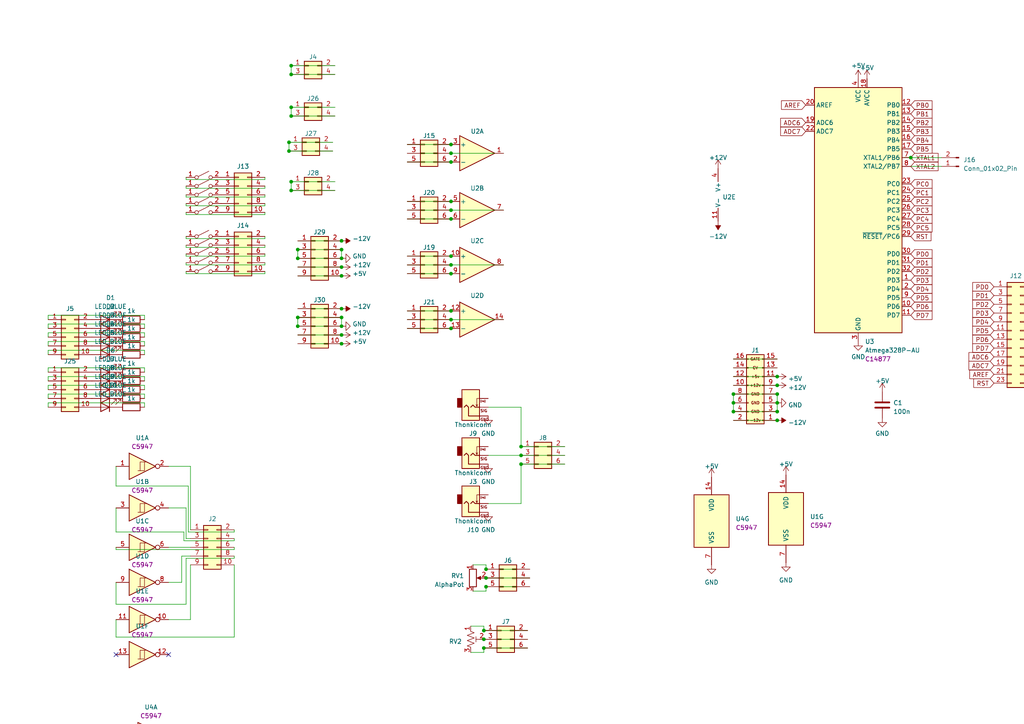
<source format=kicad_sch>
(kicad_sch (version 20230121) (generator eeschema)
  (paper "A4")
  (lib_symbols
    (symbol "Connector:Conn_01x02_Pin" (pin_names (offset 1.016) hide)
      (property "Reference" "J" (at 0 2.54 0))
      (property "Value" "Conn_01x02_Pin" (at 0 -5.08 0))
      (symbol "Conn_01x02_Pin_1_1"
        (pin passive line (at 5.08 0 180) (length 3.81) (name "Pin_1") (number "1"))
        (pin passive line (at 5.08 -2.54 180) (length 3.81) (name "Pin_2") (number "2"))
      )
    )
    (symbol "PCM_EuroRackTools:02x02" (pin_names (offset 1.016) hide)
      (property "Reference" "J" (at 1.27 2.54 0))
      (symbol "02x02_1_1"
        (pin passive line (at -5.08 0 0) (length 3.81) (name "Pin_1") (number "1"))
        (pin passive line (at 7.62 0 180) (length 3.81) (name "Pin_2") (number "2"))
        (pin passive line (at -5.08 -2.54 0) (length 3.81) (name "Pin_3") (number "3"))
        (pin passive line (at 7.62 -2.54 180) (length 3.81) (name "Pin_4") (number "4"))
      )
    )
    (symbol "PCM_EuroRackTools:02x03" (pin_names (offset 1.016) hide)
      (property "Reference" "J" (at 1.27 5.08 0))
      (symbol "02x03_1_1"
        (pin passive line (at -5.08 2.54 0) (length 3.81) (name "Pin_1") (number "1"))
        (pin passive line (at 7.62 2.54 180) (length 3.81) (name "Pin_2") (number "2"))
        (pin passive line (at -5.08 0 0) (length 3.81) (name "Pin_3") (number "3"))
        (pin passive line (at 7.62 0 180) (length 3.81) (name "Pin_4") (number "4"))
        (pin passive line (at -5.08 -2.54 0) (length 3.81) (name "Pin_5") (number "5"))
        (pin passive line (at 7.62 -2.54 180) (length 3.81) (name "Pin_6") (number "6"))
      )
    )
    (symbol "PCM_EuroRackTools:02x05" (pin_names (offset 1.016) hide)
      (property "Reference" "J" (at 1.27 7.62 0))
      (symbol "02x05_1_1"
        (pin passive line (at -5.08 5.08 0) (length 3.81) (name "Pin_1") (number "1"))
        (pin passive line (at 7.62 -5.08 180) (length 3.81) (name "Pin_10") (number "10"))
        (pin passive line (at 7.62 5.08 180) (length 3.81) (name "Pin_2") (number "2"))
        (pin passive line (at -5.08 2.54 0) (length 3.81) (name "Pin_3") (number "3"))
        (pin passive line (at 7.62 2.54 180) (length 3.81) (name "Pin_4") (number "4"))
        (pin passive line (at -5.08 0 0) (length 3.81) (name "Pin_5") (number "5"))
        (pin passive line (at 7.62 0 180) (length 3.81) (name "Pin_6") (number "6"))
        (pin passive line (at -5.08 -2.54 0) (length 3.81) (name "Pin_7") (number "7"))
        (pin passive line (at 7.62 -2.54 180) (length 3.81) (name "Pin_8") (number "8"))
        (pin passive line (at -5.08 -5.08 0) (length 3.81) (name "Pin_9") (number "9"))
      )
    )
    (symbol "PCM_EuroRackTools:02x12" (pin_names (offset 1.016) hide)
      (property "Reference" "J" (at 1.27 15.24 0))
      (symbol "02x12_1_1"
        (pin passive line (at -5.08 12.7 0) (length 3.81) (name "Pin_1") (number "1"))
        (pin passive line (at 7.62 2.54 180) (length 3.81) (name "Pin_10") (number "10"))
        (pin passive line (at -5.08 0 0) (length 3.81) (name "Pin_11") (number "11"))
        (pin passive line (at 7.62 0 180) (length 3.81) (name "Pin_12") (number "12"))
        (pin passive line (at -5.08 -2.54 0) (length 3.81) (name "Pin_13") (number "13"))
        (pin passive line (at 7.62 -2.54 180) (length 3.81) (name "Pin_14") (number "14"))
        (pin passive line (at -5.08 -5.08 0) (length 3.81) (name "Pin_15") (number "15"))
        (pin passive line (at 7.62 -5.08 180) (length 3.81) (name "Pin_16") (number "16"))
        (pin passive line (at -5.08 -7.62 0) (length 3.81) (name "Pin_17") (number "17"))
        (pin passive line (at 7.62 -7.62 180) (length 3.81) (name "Pin_18") (number "18"))
        (pin passive line (at -5.08 -10.16 0) (length 3.81) (name "Pin_19") (number "19"))
        (pin passive line (at 7.62 12.7 180) (length 3.81) (name "Pin_2") (number "2"))
        (pin passive line (at 7.62 -10.16 180) (length 3.81) (name "Pin_20") (number "20"))
        (pin passive line (at -5.08 -12.7 0) (length 3.81) (name "Pin_21") (number "21"))
        (pin passive line (at 7.62 -12.7 180) (length 3.81) (name "Pin_22") (number "22"))
        (pin passive line (at -5.08 -15.24 0) (length 3.81) (name "Pin_23") (number "23"))
        (pin passive line (at 7.62 -15.24 180) (length 3.81) (name "Pin_24") (number "24"))
        (pin passive line (at -5.08 10.16 0) (length 3.81) (name "Pin_3") (number "3"))
        (pin passive line (at 7.62 10.16 180) (length 3.81) (name "Pin_4") (number "4"))
        (pin passive line (at -5.08 7.62 0) (length 3.81) (name "Pin_5") (number "5"))
        (pin passive line (at 7.62 7.62 180) (length 3.81) (name "Pin_6") (number "6"))
        (pin passive line (at -5.08 5.08 0) (length 3.81) (name "Pin_7") (number "7"))
        (pin passive line (at 7.62 5.08 180) (length 3.81) (name "Pin_8") (number "8"))
        (pin passive line (at -5.08 2.54 0) (length 3.81) (name "Pin_9") (number "9"))
      )
    )
    (symbol "PCM_EuroRackTools:100n" (pin_numbers hide) (pin_names (offset 0.254))
      (property "Reference" "C" (at -3.175 0 90))
      (property "Value" "100n" (at 1.905 0 90))
      (symbol "100n_1_1"
        (pin passive line (at -4.445 -0.635 0) (length 2.794) (name "~") (number "1"))
        (pin passive line (at 3.175 -0.635 180) (length 2.794) (name "~") (number "2"))
      )
    )
    (symbol "PCM_EuroRackTools:1k" (pin_numbers hide) (pin_names (offset 0))
      (property "Value" "1k" (at -1.27 1.27 0))
      (symbol "1k_1_1"
        (pin passive line (at -5.08 1.27 0) (length 1.27) (name "~") (number "1"))
        (pin passive line (at 2.54 1.27 180) (length 1.27) (name "~") (number "2"))
      )
    )
    (symbol "PCM_EuroRackTools:74HC595"
      (property "Reference" "U" (at -7.62 13.97 0))
      (symbol "74HC595_1_0"
        (pin tri_state line (at 10.16 7.62 180) (length 2.54) (name "Q1") (number "1"))
        (pin input line (at -10.16 2.54 0) (length 2.54) (name "RST") (number "10"))
        (pin input line (at -10.16 5.08 0) (length 2.54) (name "CLK_SHIFT") (number "11"))
        (pin input line (at -10.16 -2.54 0) (length 2.54) (name "CLK_STOR") (number "12"))
        (pin input line (at -10.16 -5.08 0) (length 2.54) (name "~{OE}") (number "13"))
        (pin input line (at -10.16 10.16 0) (length 2.54) (name "DS") (number "14"))
        (pin tri_state line (at 10.16 10.16 180) (length 2.54) (name "Q0") (number "15"))
        (pin power_in line (at 0 15.24 270) (length 2.54) (name "VCC") (number "16"))
        (pin tri_state line (at 10.16 5.08 180) (length 2.54) (name "Q2") (number "2"))
        (pin tri_state line (at 10.16 2.54 180) (length 2.54) (name "Q3") (number "3"))
        (pin tri_state line (at 10.16 0 180) (length 2.54) (name "Q4") (number "4"))
        (pin tri_state line (at 10.16 -2.54 180) (length 2.54) (name "Q5") (number "5"))
        (pin tri_state line (at 10.16 -5.08 180) (length 2.54) (name "Q6") (number "6"))
        (pin tri_state line (at 10.16 -7.62 180) (length 2.54) (name "Q7") (number "7"))
        (pin power_in line (at 0 -17.78 90) (length 2.54) (name "GND") (number "8"))
        (pin output line (at 10.16 -12.7 180) (length 2.54) (name "Q7'") (number "9"))
      )
    )
    (symbol "PCM_EuroRackTools:AlphaPot" (pin_names (offset 1.016) hide)
      (property "Reference" "RV" (at -4.445 0 90))
      (property "Value" "AlphaPot" (at -2.54 0 90))
      (symbol "AlphaPot_1_1"
        (pin passive line (at 0 3.81 270) (length 1.27) (name "1") (number "1"))
        (pin passive line (at 3.81 0 180) (length 1.27) (name "2") (number "2"))
        (pin passive line (at 0 -3.81 90) (length 1.27) (name "3") (number "3"))
      )
    )
    (symbol "PCM_EuroRackTools:Atmega328P-AU"
      (property "Reference" "U" (at 0 0 0))
      (property "Value" "Atmega328P-AU" (at 0 0 0))
      (property "lcsc" "C14877" (at 0 0 0))
      (symbol "Atmega328P-AU_1_1"
        (pin bidirectional line (at 3.81 -13.97 180) (length 2.54) (name "PD3") (number "1"))
        (pin bidirectional line (at 3.81 -21.59 180) (length 2.54) (name "PD6") (number "10"))
        (pin bidirectional line (at 3.81 -24.13 180) (length 2.54) (name "PD7") (number "11"))
        (pin bidirectional line (at 3.81 36.83 180) (length 2.54) (name "PB0") (number "12"))
        (pin bidirectional line (at 3.81 34.29 180) (length 2.54) (name "PB1") (number "13"))
        (pin bidirectional line (at 3.81 31.75 180) (length 2.54) (name "PB2") (number "14"))
        (pin bidirectional line (at 3.81 29.21 180) (length 2.54) (name "PB3") (number "15"))
        (pin bidirectional line (at 3.81 26.67 180) (length 2.54) (name "PB4") (number "16"))
        (pin bidirectional line (at 3.81 24.13 180) (length 2.54) (name "PB5") (number "17"))
        (pin power_in line (at -8.89 44.45 270) (length 2.54) (name "AVCC") (number "18"))
        (pin input line (at -26.67 31.75 0) (length 2.54) (name "ADC6") (number "19"))
        (pin bidirectional line (at 3.81 -16.51 180) (length 2.54) (name "PD4") (number "2"))
        (pin passive line (at -26.67 36.83 0) (length 2.54) (name "AREF") (number "20"))
        (pin passive line (at -11.43 -31.75 90) (length 2.54) hide (name "GND") (number "21"))
        (pin input line (at -26.67 29.21 0) (length 2.54) (name "ADC7") (number "22"))
        (pin bidirectional line (at 3.81 13.97 180) (length 2.54) (name "PC0") (number "23"))
        (pin bidirectional line (at 3.81 11.43 180) (length 2.54) (name "PC1") (number "24"))
        (pin bidirectional line (at 3.81 8.89 180) (length 2.54) (name "PC2") (number "25"))
        (pin bidirectional line (at 3.81 6.35 180) (length 2.54) (name "PC3") (number "26"))
        (pin bidirectional line (at 3.81 3.81 180) (length 2.54) (name "PC4") (number "27"))
        (pin bidirectional line (at 3.81 1.27 180) (length 2.54) (name "PC5") (number "28"))
        (pin bidirectional line (at 3.81 -1.27 180) (length 2.54) (name "~{RESET}/PC6") (number "29"))
        (pin power_in line (at -11.43 -31.75 90) (length 2.54) (name "GND") (number "3"))
        (pin bidirectional line (at 3.81 -6.35 180) (length 2.54) (name "PD0") (number "30"))
        (pin bidirectional line (at 3.81 -8.89 180) (length 2.54) (name "PD1") (number "31"))
        (pin bidirectional line (at 3.81 -11.43 180) (length 2.54) (name "PD2") (number "32"))
        (pin power_in line (at -11.43 44.45 270) (length 2.54) (name "VCC") (number "4"))
        (pin passive line (at -11.43 -31.75 90) (length 2.54) hide (name "GND") (number "5"))
        (pin passive line (at -11.43 44.45 270) (length 2.54) hide (name "VCC") (number "6"))
        (pin bidirectional line (at 3.81 21.59 180) (length 2.54) (name "XTAL1/PB6") (number "7"))
        (pin bidirectional line (at 3.81 19.05 180) (length 2.54) (name "XTAL2/PB7") (number "8"))
        (pin bidirectional line (at 3.81 -19.05 180) (length 2.54) (name "PD5") (number "9"))
      )
    )
    (symbol "PCM_EuroRackTools:CD40106" (pin_names (offset 1.016))
      (property "Reference" "U" (at 0 1.27 0))
      (property "lcsc" "C5947" (at 0 0 0))
      (symbol "CD40106_1_0"
        (pin input line (at -7.62 0 0) (length 3.81) (name "~") (number "1"))
        (pin output inverted (at 7.62 0 180) (length 3.81) (name "~") (number "2"))
      )
      (symbol "CD40106_2_0"
        (pin input line (at -7.62 0 0) (length 3.81) (name "~") (number "3"))
        (pin output inverted (at 7.62 0 180) (length 3.81) (name "~") (number "4"))
      )
      (symbol "CD40106_3_0"
        (pin input line (at -7.62 0 0) (length 3.81) (name "~") (number "5"))
        (pin output inverted (at 7.62 0 180) (length 3.81) (name "~") (number "6"))
      )
      (symbol "CD40106_4_0"
        (pin output inverted (at 7.62 0 180) (length 3.81) (name "~") (number "8"))
        (pin input line (at -7.62 0 0) (length 3.81) (name "~") (number "9"))
      )
      (symbol "CD40106_5_0"
        (pin output inverted (at 7.62 0 180) (length 3.81) (name "~") (number "10"))
        (pin input line (at -7.62 0 0) (length 3.81) (name "~") (number "11"))
      )
      (symbol "CD40106_6_0"
        (pin output inverted (at 7.62 0 180) (length 3.81) (name "~") (number "12"))
        (pin input line (at -7.62 0 0) (length 3.81) (name "~") (number "13"))
      )
      (symbol "CD40106_7_0"
        (pin power_in line (at 0 12.7 270) (length 5.08) (name "VDD") (number "14"))
        (pin power_in line (at 0 -12.7 90) (length 5.08) (name "VSS") (number "7"))
      )
    )
    (symbol "PCM_EuroRackTools:EuroPower16" (pin_names (offset 1.016) hide)
      (property "Reference" "J" (at 1.27 10.16 0))
      (symbol "EuroPower16_0_0"
        (text "+12v" (at 1.27 0 0) (effects (font (size 0.8 0.8))))
        (text "+5v" (at 1.27 2.54 0) (effects (font (size 0.8 0.8))))
        (text "-12v" (at 1.27 -10.16 0) (effects (font (size 0.8 0.8))))
        (text "CV" (at 1.27 5.08 0) (effects (font (size 0.8 0.8))))
        (text "GATE" (at 1.27 7.62 0) (effects (font (size 0.8 0.8))))
        (text "GND" (at 1.27 -7.62 0) (effects (font (size 0.8 0.8))))
        (text "GND" (at 1.27 -5.08 0) (effects (font (size 0.8 0.8))))
        (text "GND" (at 1.27 -2.54 0) (effects (font (size 0.8 0.8))))
      )
      (symbol "EuroPower16_1_1"
        (pin power_out line (at 7.62 -10.16 180) (length 3.81) (name "-12v_R") (number "1"))
        (pin power_out line (at -5.08 0 0) (length 3.81) (name "+12V_L") (number "10"))
        (pin power_out line (at 7.62 2.54 180) (length 3.81) (name "+5v_R") (number "11"))
        (pin power_out line (at -5.08 2.54 0) (length 3.81) (name "+5v_L") (number "12"))
        (pin passive line (at 7.62 5.08 180) (length 3.81) (name "CV_R") (number "13"))
        (pin passive line (at -5.08 5.08 0) (length 3.81) (name "CV_L") (number "14"))
        (pin passive line (at 7.62 7.62 180) (length 3.81) (name "GATE_R") (number "15"))
        (pin passive line (at -5.08 7.62 0) (length 3.81) (name "GATE_L") (number "16"))
        (pin power_out line (at -5.08 -10.16 0) (length 3.81) (name "-12v_L") (number "2"))
        (pin power_out line (at 7.62 -7.62 180) (length 3.81) (name "GND") (number "3"))
        (pin power_out line (at -5.08 -7.62 0) (length 3.81) (name "GND") (number "4"))
        (pin power_out line (at 7.62 -5.08 180) (length 3.81) (name "GND_R3") (number "5"))
        (pin power_out line (at -5.08 -5.08 0) (length 3.81) (name "GND_L3") (number "6"))
        (pin power_out line (at 7.62 -2.54 180) (length 3.81) (name "GND_R2") (number "7"))
        (pin power_out line (at -5.08 -2.54 0) (length 3.81) (name "GND_L2") (number "8"))
        (pin power_out line (at 7.62 0 180) (length 3.81) (name "+12V_R") (number "9"))
      )
    )
    (symbol "PCM_EuroRackTools:LED_BLUE" (pin_numbers hide) (pin_names (offset 1.016) hide)
      (property "Reference" "D" (at 0 -2.54 0))
      (property "Value" "LED_BLUE" (at 0 3.81 0))
      (symbol "LED_BLUE_1_1"
        (pin passive line (at 3.81 0 180) (length 2.54) (name "K") (number "1"))
        (pin passive line (at -3.81 0 0) (length 2.54) (name "A") (number "2"))
      )
    )
    (symbol "PCM_EuroRackTools:PUSHBTN" (pin_names (offset 0) hide)
      (symbol "PUSHBTN_1_1"
        (pin passive line (at -5.08 0 0) (length 2.54) (name "A") (number "1"))
        (pin passive line (at 5.08 0 180) (length 2.54) (name "B") (number "2"))
      )
    )
    (symbol "PCM_EuroRackTools:TL074" (pin_names (offset 0.127))
      (property "Reference" "U" (at 0 5.08 0))
      (symbol "TL074_1_1"
        (pin output line (at 7.62 0 180) (length 2.54) (name "~") (number "1"))
        (pin input line (at -7.62 -2.54 0) (length 2.54) (name "-") (number "2"))
        (pin input line (at -7.62 2.54 0) (length 2.54) (name "+") (number "3"))
      )
      (symbol "TL074_2_1"
        (pin input line (at -7.62 2.54 0) (length 2.54) (name "+") (number "5"))
        (pin input line (at -7.62 -2.54 0) (length 2.54) (name "-") (number "6"))
        (pin output line (at 7.62 0 180) (length 2.54) (name "~") (number "7"))
      )
      (symbol "TL074_3_1"
        (pin input line (at -7.62 2.54 0) (length 2.54) (name "+") (number "10"))
        (pin output line (at 7.62 0 180) (length 2.54) (name "~") (number "8"))
        (pin input line (at -7.62 -2.54 0) (length 2.54) (name "-") (number "9"))
      )
      (symbol "TL074_4_1"
        (pin input line (at -7.62 2.54 0) (length 2.54) (name "+") (number "12"))
        (pin input line (at -7.62 -2.54 0) (length 2.54) (name "-") (number "13"))
        (pin output line (at 7.62 0 180) (length 2.54) (name "~") (number "14"))
      )
      (symbol "TL074_5_1"
        (pin power_in line (at -2.54 -7.62 90) (length 3.81) (name "V-") (number "11"))
        (pin power_in line (at -2.54 7.62 270) (length 3.81) (name "V+") (number "4"))
      )
    )
    (symbol "PCM_EuroRackTools:TRIMPOT" (pin_names (offset 1.016) hide)
      (property "Reference" "RV" (at -10.16 -6.35 90))
      (symbol "TRIMPOT_1_1"
        (pin passive line (at 0 3.81 270) (length 1.27) (name "1") (number "1"))
        (pin passive line (at 3.81 0 180) (length 1.27) (name "2") (number "2"))
        (pin passive line (at 0 -3.81 90) (length 1.27) (name "3") (number "3"))
      )
    )
    (symbol "PCM_EuroRackTools:Thonkiconn" (pin_numbers hide)
      (property "Reference" "J" (at -1.27 -3.048 0))
      (property "Value" "Thonkiconn" (at 0 6.35 0))
      (symbol "Thonkiconn_0_0"
        (text "(no)" (at 3.556 -1.778 0) (effects (font (size 0.5 0.5))))
        (text "GND" (at 4.064 3.556 0) (effects (font (size 0.8 0.8))))
        (text "SIG" (at 3.81 1.016 0) (effects (font (size 0.8 0.8))))
      )
      (symbol "Thonkiconn_1_1"
        (pin passive line (at 5.08 2.54 180) (length 2.54) (name "~") (number "S"))
        (pin passive line (at 5.08 0 180) (length 2.54) (name "~") (number "T"))
        (pin passive line (at 5.08 -2.54 180) (length 2.54) (name "~") (number "TN"))
      )
    )
    (symbol "power:+12V" (power) (pin_names (offset 0))
      (property "Value" "+12V" (at 0 3.556 0))
      (symbol "+12V_1_1"
        (pin power_in line (at 0 0 90) (length 0) hide (name "+12V") (number "1"))
      )
    )
    (symbol "power:+5V" (power) (pin_names (offset 0))
      (property "Value" "+5V" (at 0 3.556 0))
      (symbol "+5V_1_1"
        (pin power_in line (at 0 0 90) (length 0) hide (name "+5V") (number "1"))
      )
    )
    (symbol "power:-12V" (power) (pin_names (offset 0))
      (property "Value" "-12V" (at 0 3.81 0))
      (symbol "-12V_0_0"
        (pin power_in line (at 0 0 90) (length 0) hide (name "-12V") (number "1"))
      )
    )
    (symbol "power:GND" (power) (pin_names (offset 0))
      (property "Value" "GND" (at 0 -3.81 0))
      (symbol "GND_1_1"
        (pin power_in line (at 0 0 270) (length 0) hide (name "GND") (number "1"))
      )
    )
  )
  (junction (at 99.06 89.535))
  (junction (at 151.13 129.54))
  (junction (at 83.82 43.815))
  (junction (at 99.06 72.39))
  (junction (at 140.335 182.88))
  (junction (at 140.97 165.1))
  (junction (at 151.13 134.62))
  (junction (at 86.36 92.075))
  (junction (at 130.81 44.45))
  (junction (at 86.36 94.615))
  (junction (at 84.455 55.245))
  (junction (at 130.81 41.91))
  (junction (at 99.06 74.93))
  (junction (at 140.97 167.64))
  (junction (at 151.13 132.08))
  (junction (at 84.455 33.655))
  (junction (at 130.81 63.5))
  (junction (at 156.21 237.49))
  (junction (at 99.06 97.155))
  (junction (at 84.455 19.05))
  (junction (at 140.335 185.42))
  (junction (at 225.425 109.22))
  (junction (at 225.425 114.3))
  (junction (at 83.82 41.275))
  (junction (at 130.81 60.96))
  (junction (at 99.06 69.85))
  (junction (at 130.81 76.835))
  (junction (at 99.06 99.695))
  (junction (at 264.16 45.72))
  (junction (at 156.21 229.87))
  (junction (at 156.21 234.95))
  (junction (at 99.06 77.47))
  (junction (at 140.97 170.18))
  (junction (at 99.06 94.615))
  (junction (at 130.81 90.17))
  (junction (at 225.425 116.84))
  (junction (at 99.06 92.075))
  (junction (at 130.81 74.295))
  (junction (at 86.36 74.93))
  (junction (at 156.21 232.41))
  (junction (at 225.425 111.76))
  (junction (at 225.425 121.92))
  (junction (at 130.81 92.71))
  (junction (at 86.36 72.39))
  (junction (at 130.81 95.25))
  (junction (at 140.335 187.96))
  (junction (at 99.06 80.01))
  (junction (at 130.81 79.375))
  (junction (at 84.455 31.115))
  (junction (at 156.21 240.03))
  (junction (at 130.81 58.42))
  (junction (at 84.455 52.705))
  (junction (at 212.725 116.84))
  (junction (at 84.455 21.59))
  (junction (at 225.425 119.38))
  (junction (at 212.725 119.38))
  (junction (at 212.725 114.3))
  (junction (at 130.81 46.99))
  (no_connect (at 48.895 189.865))
  (no_connect (at 33.655 189.865))
  (no_connect (at 193.675 227.33))
  (no_connect (at 36.195 267.97))
  (no_connect (at 51.435 267.97))
  (wire (pts (xy 153.035 187.96) (xy 140.335 187.96)))
  (wire (pts (xy 225.425 114.3) (xy 225.425 116.84)))
  (wire (pts (xy 118.11 90.17) (xy 130.81 90.17)))
  (wire (pts (xy 67.945 184.785) (xy 67.945 163.83)))
  (wire (pts (xy 53.34 154.305) (xy 53.34 156.845)))
  (wire (pts (xy 225.425 114.3) (xy 212.725 114.3)))
  (wire (pts (xy 151.13 132.08) (xy 163.83 132.08)))
  (wire (pts (xy 36.195 213.36) (xy 36.195 219.075)))
  (wire (pts (xy 53.975 78.74) (xy 53.975 79.375)))
  (wire (pts (xy 13.97 91.44) (xy 13.97 92.71)))
  (wire (pts (xy 33.655 158.75) (xy 33.655 159.385)))
  (wire (pts (xy 212.725 111.76) (xy 225.425 111.76)))
  (wire (pts (xy 53.975 54.61) (xy 76.835 54.61)))
  (wire (pts (xy 96.52 43.815) (xy 83.82 43.815)))
  (wire (pts (xy 41.91 99.06) (xy 13.97 99.06)))
  (wire (pts (xy 41.91 111.76) (xy 13.97 111.76)))
  (wire (pts (xy 118.11 60.96) (xy 130.81 60.96)))
  (wire (pts (xy 41.91 97.79) (xy 41.91 96.52)))
  (wire (pts (xy 53.975 71.12) (xy 53.975 71.755)))
  (wire (pts (xy 53.975 156.21) (xy 55.245 156.21)))
  (wire (pts (xy 67.945 159.385) (xy 67.945 158.75)))
  (wire (pts (xy 53.975 175.26) (xy 53.975 161.925)))
  (wire (pts (xy 36.195 253.365) (xy 56.515 253.365)))
  (wire (pts (xy 13.97 96.52) (xy 13.97 97.79)))
  (wire (pts (xy 41.91 113.03) (xy 41.91 111.76)))
  (wire (pts (xy 156.21 234.95) (xy 160.655 234.95)))
  (wire (pts (xy 52.705 168.91) (xy 52.705 161.29)))
  (wire (pts (xy 36.195 232.41) (xy 55.88 232.41)))
  (wire (pts (xy 180.975 240.03) (xy 193.675 240.03)))
  (wire (pts (xy 140.335 187.96) (xy 140.335 189.23)))
  (wire (pts (xy 143.51 240.03) (xy 156.21 240.03)))
  (wire (pts (xy 53.975 69.215) (xy 76.835 69.215)))
  (wire (pts (xy 41.91 96.52) (xy 13.97 96.52)))
  (wire (pts (xy 156.21 237.49) (xy 143.51 237.49)))
  (wire (pts (xy 130.81 60.96) (xy 146.05 60.96)))
  (wire (pts (xy 13.97 106.68) (xy 13.97 107.95)))
  (wire (pts (xy 52.705 161.29) (xy 55.245 161.29)))
  (wire (pts (xy 84.455 31.115) (xy 84.455 33.655)))
  (wire (pts (xy 55.88 232.41) (xy 55.88 234.95)))
  (wire (pts (xy 53.975 161.925) (xy 67.945 161.925)))
  (wire (pts (xy 41.91 116.84) (xy 13.97 116.84)))
  (wire (pts (xy 33.655 159.385) (xy 67.945 159.385)))
  (wire (pts (xy 86.36 80.01) (xy 99.06 80.01)))
  (wire (pts (xy 159.385 242.57) (xy 160.655 242.57)))
  (wire (pts (xy 36.195 225.425) (xy 36.195 232.41)))
  (wire (pts (xy 55.88 234.95) (xy 70.485 234.95)))
  (wire (pts (xy 67.945 161.925) (xy 67.945 161.29)))
  (wire (pts (xy 212.725 121.92) (xy 225.425 121.92)))
  (wire (pts (xy 159.385 240.03) (xy 159.385 242.57)))
  (wire (pts (xy 198.12 229.87) (xy 193.675 229.87)))
  (wire (pts (xy 86.36 74.93) (xy 99.06 74.93)))
  (wire (pts (xy 41.91 101.6) (xy 13.97 101.6)))
  (wire (pts (xy 140.97 167.64) (xy 153.67 167.64)))
  (wire (pts (xy 53.34 156.845) (xy 67.945 156.845)))
  (wire (pts (xy 33.655 135.255) (xy 33.655 140.97)))
  (wire (pts (xy 76.835 57.15) (xy 76.835 56.515)))
  (wire (pts (xy 53.975 56.515) (xy 53.975 57.15)))
  (wire (pts (xy 140.335 181.61) (xy 140.335 182.88)))
  (wire (pts (xy 136.525 181.61) (xy 140.335 181.61)))
  (wire (pts (xy 33.655 147.32) (xy 33.655 154.305)))
  (wire (pts (xy 84.455 52.705) (xy 84.455 55.245)))
  (wire (pts (xy 140.335 185.42) (xy 153.035 185.42)))
  (wire (pts (xy 212.725 116.84) (xy 212.725 119.38)))
  (wire (pts (xy 86.36 72.39) (xy 99.06 72.39)))
  (wire (pts (xy 53.975 76.2) (xy 53.975 76.835)))
  (wire (pts (xy 33.655 140.97) (xy 54.61 140.97)))
  (wire (pts (xy 86.36 69.85) (xy 99.06 69.85)))
  (wire (pts (xy 212.725 106.68) (xy 225.425 106.68)))
  (wire (pts (xy 56.515 234.315) (xy 57.785 234.315)))
  (wire (pts (xy 118.11 95.25) (xy 130.81 95.25)))
  (wire (pts (xy 13.97 99.06) (xy 13.97 100.33)))
  (wire (pts (xy 156.21 229.87) (xy 143.51 229.87)))
  (wire (pts (xy 118.11 92.71) (xy 130.81 92.71)))
  (wire (pts (xy 36.195 257.81) (xy 36.195 262.89)))
  (wire (pts (xy 212.725 114.3) (xy 212.725 116.84)))
  (wire (pts (xy 118.11 63.5) (xy 130.81 63.5)))
  (wire (pts (xy 163.83 129.54) (xy 151.13 129.54)))
  (wire (pts (xy 99.06 92.075) (xy 99.06 94.615)))
  (wire (pts (xy 151.13 118.11) (xy 151.13 129.54)))
  (wire (pts (xy 41.91 110.49) (xy 41.91 109.22)))
  (wire (pts (xy 53.975 51.435) (xy 53.975 52.07)))
  (wire (pts (xy 41.91 92.71) (xy 41.91 91.44)))
  (wire (pts (xy 143.51 234.95) (xy 156.21 234.95)))
  (wire (pts (xy 48.895 147.32) (xy 53.975 147.32)))
  (wire (pts (xy 13.97 101.6) (xy 13.97 102.87)))
  (wire (pts (xy 55.245 179.705) (xy 48.895 179.705)))
  (wire (pts (xy 55.245 158.75) (xy 48.895 158.75)))
  (wire (pts (xy 264.16 45.72) (xy 273.05 45.72)))
  (wire (pts (xy 86.36 77.47) (xy 99.06 77.47)))
  (wire (pts (xy 70.485 237.49) (xy 70.485 236.855)))
  (wire (pts (xy 118.11 58.42) (xy 130.81 58.42)))
  (wire (pts (xy 160.655 237.49) (xy 156.21 237.49)))
  (wire (pts (xy 84.455 19.05) (xy 84.455 21.59)))
  (wire (pts (xy 76.835 69.215) (xy 76.835 68.58)))
  (wire (pts (xy 41.91 102.87) (xy 41.91 101.6)))
  (wire (pts (xy 51.435 225.425) (xy 56.515 225.425)))
  (wire (pts (xy 118.11 76.835) (xy 130.81 76.835)))
  (wire (pts (xy 53.975 147.32) (xy 53.975 156.21)))
  (wire (pts (xy 13.97 114.3) (xy 13.97 115.57)))
  (wire (pts (xy 86.36 72.39) (xy 86.36 74.93)))
  (wire (pts (xy 140.97 165.1) (xy 153.67 165.1)))
  (wire (pts (xy 53.975 73.66) (xy 53.975 74.295)))
  (wire (pts (xy 153.67 170.18) (xy 140.97 170.18)))
  (wire (pts (xy 51.435 247.015) (xy 55.245 247.015)))
  (wire (pts (xy 67.945 156.845) (xy 67.945 156.21)))
  (wire (pts (xy 141.605 118.11) (xy 151.13 118.11)))
  (wire (pts (xy 70.485 234.95) (xy 70.485 234.315)))
  (wire (pts (xy 195.58 242.57) (xy 195.58 234.95)))
  (wire (pts (xy 41.91 91.44) (xy 13.97 91.44)))
  (wire (pts (xy 41.91 107.95) (xy 41.91 106.68)))
  (wire (pts (xy 156.21 240.03) (xy 159.385 240.03)))
  (wire (pts (xy 70.485 232.41) (xy 70.485 231.775)))
  (wire (pts (xy 76.835 54.61) (xy 76.835 53.975)))
  (wire (pts (xy 41.91 106.68) (xy 13.97 106.68)))
  (wire (pts (xy 53.975 76.835) (xy 76.835 76.835)))
  (wire (pts (xy 193.675 237.49) (xy 193.675 240.03)))
  (wire (pts (xy 36.195 219.075) (xy 57.15 219.075)))
  (wire (pts (xy 130.81 76.835) (xy 146.05 76.835)))
  (wire (pts (xy 137.16 163.83) (xy 140.97 163.83)))
  (wire (pts (xy 156.21 232.41) (xy 160.655 232.41)))
  (wire (pts (xy 41.91 109.22) (xy 13.97 109.22)))
  (wire (pts (xy 76.835 76.835) (xy 76.835 76.2)))
  (wire (pts (xy 130.81 44.45) (xy 146.05 44.45)))
  (wire (pts (xy 76.835 79.375) (xy 76.835 78.74)))
  (wire (pts (xy 53.975 53.975) (xy 53.975 54.61)))
  (wire (pts (xy 55.245 135.255) (xy 48.895 135.255)))
  (wire (pts (xy 86.36 92.075) (xy 99.06 92.075)))
  (wire (pts (xy 97.155 55.245) (xy 84.455 55.245)))
  (wire (pts (xy 53.975 57.15) (xy 76.835 57.15)))
  (wire (pts (xy 140.97 163.83) (xy 140.97 165.1)))
  (wire (pts (xy 140.97 171.45) (xy 137.16 171.45)))
  (wire (pts (xy 57.785 213.36) (xy 51.435 213.36)))
  (wire (pts (xy 33.655 184.785) (xy 67.945 184.785)))
  (wire (pts (xy 151.13 146.05) (xy 141.605 146.05)))
  (wire (pts (xy 96.52 41.275) (xy 83.82 41.275)))
  (wire (pts (xy 86.36 92.075) (xy 86.36 94.615)))
  (wire (pts (xy 56.515 225.425) (xy 56.515 234.315)))
  (wire (pts (xy 160.655 229.87) (xy 156.21 229.87)))
  (wire (pts (xy 140.335 189.23) (xy 136.525 189.23)))
  (wire (pts (xy 53.975 71.755) (xy 76.835 71.755)))
  (wire (pts (xy 13.97 109.22) (xy 13.97 110.49)))
  (wire (pts (xy 86.36 99.695) (xy 99.06 99.695)))
  (wire (pts (xy 86.36 89.535) (xy 99.06 89.535)))
  (wire (pts (xy 212.725 109.22) (xy 225.425 109.22)))
  (wire (pts (xy 13.97 116.84) (xy 13.97 118.11)))
  (wire (pts (xy 141.605 132.08) (xy 151.13 132.08)))
  (wire (pts (xy 160.655 240.03) (xy 160.655 237.49)))
  (wire (pts (xy 55.245 239.395) (xy 57.785 239.395)))
  (wire (pts (xy 151.13 134.62) (xy 151.13 146.05)))
  (wire (pts (xy 57.785 241.935) (xy 57.785 257.81)))
  (wire (pts (xy 33.655 175.26) (xy 53.975 175.26)))
  (wire (pts (xy 118.11 44.45) (xy 130.81 44.45)))
  (wire (pts (xy 70.485 262.89) (xy 70.485 241.935)))
  (wire (pts (xy 55.245 247.015) (xy 55.245 239.395)))
  (wire (pts (xy 56.515 240.03) (xy 70.485 240.03)))
  (wire (pts (xy 33.655 154.305) (xy 53.34 154.305)))
  (wire (pts (xy 212.725 119.38) (xy 225.425 119.38)))
  (wire (pts (xy 140.335 182.88) (xy 153.035 182.88)))
  (wire (pts (xy 86.36 94.615) (xy 99.06 94.615)))
  (wire (pts (xy 99.06 72.39) (xy 99.06 74.93)))
  (wire (pts (xy 97.155 31.115) (xy 84.455 31.115)))
  (wire (pts (xy 53.975 68.58) (xy 53.975 69.215)))
  (wire (pts (xy 83.82 41.275) (xy 83.82 43.815)))
  (wire (pts (xy 76.835 74.295) (xy 76.835 73.66)))
  (wire (pts (xy 53.975 52.07) (xy 76.835 52.07)))
  (wire (pts (xy 53.975 62.23) (xy 76.835 62.23)))
  (wire (pts (xy 41.91 114.3) (xy 13.97 114.3)))
  (wire (pts (xy 13.97 93.98) (xy 13.97 95.25)))
  (wire (pts (xy 195.58 234.95) (xy 193.675 234.95)))
  (wire (pts (xy 118.11 46.99) (xy 130.81 46.99)))
  (wire (pts (xy 41.91 95.25) (xy 41.91 93.98)))
  (wire (pts (xy 196.85 245.11) (xy 196.85 232.41)))
  (wire (pts (xy 41.91 93.98) (xy 13.97 93.98)))
  (wire (pts (xy 160.655 227.33) (xy 160.655 229.87)))
  (wire (pts (xy 76.835 52.07) (xy 76.835 51.435)))
  (wire (pts (xy 97.155 19.05) (xy 84.455 19.05)))
  (wire (pts (xy 76.835 71.755) (xy 76.835 71.12)))
  (wire (pts (xy 13.97 111.76) (xy 13.97 113.03)))
  (wire (pts (xy 180.975 245.11) (xy 196.85 245.11)))
  (wire (pts (xy 36.195 236.855) (xy 36.195 237.49)))
  (wire (pts (xy 48.895 168.91) (xy 52.705 168.91)))
  (wire (pts (xy 53.975 61.595) (xy 53.975 62.23)))
  (wire (pts (xy 67.945 154.305) (xy 67.945 153.67)))
  (wire (pts (xy 57.15 219.075) (xy 57.15 232.41)))
  (wire (pts (xy 54.61 140.97) (xy 54.61 154.305)))
  (wire (pts (xy 33.655 168.91) (xy 33.655 175.26)))
  (wire (pts (xy 196.85 232.41) (xy 193.675 232.41)))
  (wire (pts (xy 53.975 79.375) (xy 76.835 79.375)))
  (wire (pts (xy 53.975 59.055) (xy 53.975 59.69)))
  (wire (pts (xy 36.195 247.015) (xy 36.195 253.365)))
  (wire (pts (xy 41.91 118.11) (xy 41.91 116.84)))
  (wire (pts (xy 57.15 232.41) (xy 70.485 232.41)))
  (wire (pts (xy 212.725 104.14) (xy 225.425 104.14)))
  (wire (pts (xy 57.785 231.775) (xy 57.785 213.36)))
  (wire (pts (xy 53.975 59.69) (xy 76.835 59.69)))
  (wire (pts (xy 33.655 179.705) (xy 33.655 184.785)))
  (wire (pts (xy 262.255 45.72) (xy 264.16 45.72)))
  (wire (pts (xy 97.155 33.655) (xy 84.455 33.655)))
  (wire (pts (xy 118.11 79.375) (xy 130.81 79.375)))
  (wire (pts (xy 70.485 240.03) (xy 70.485 239.395)))
  (wire (pts (xy 86.36 97.155) (xy 99.06 97.155)))
  (wire (pts (xy 180.975 250.19) (xy 198.12 250.19)))
  (wire (pts (xy 55.245 163.83) (xy 55.245 179.705)))
  (wire (pts (xy 76.835 59.69) (xy 76.835 59.055)))
  (wire (pts (xy 36.195 237.49) (xy 70.485 237.49)))
  (wire (pts (xy 76.835 62.23) (xy 76.835 61.595)))
  (wire (pts (xy 57.785 236.855) (xy 51.435 236.855)))
  (wire (pts (xy 57.785 257.81) (xy 51.435 257.81)))
  (wire (pts (xy 264.16 48.26) (xy 273.05 48.26)))
  (wire (pts (xy 41.91 115.57) (xy 41.91 114.3)))
  (wire (pts (xy 225.425 116.84) (xy 225.425 119.38)))
  (wire (pts (xy 118.11 41.91) (xy 130.81 41.91)))
  (wire (pts (xy 41.91 100.33) (xy 41.91 99.06)))
  (wire (pts (xy 143.51 232.41) (xy 156.21 232.41)))
  (wire (pts (xy 198.12 250.19) (xy 198.12 229.87)))
  (wire (pts (xy 97.155 52.705) (xy 84.455 52.705)))
  (wire (pts (xy 53.975 74.295) (xy 76.835 74.295)))
  (wire (pts (xy 118.11 74.295) (xy 130.81 74.295)))
  (wire (pts (xy 36.195 262.89) (xy 70.485 262.89)))
  (wire (pts (xy 140.97 170.18) (xy 140.97 171.45)))
  (wire (pts (xy 56.515 253.365) (xy 56.515 240.03)))
  (wire (pts (xy 54.61 154.305) (xy 67.945 154.305)))
  (wire (pts (xy 180.975 242.57) (xy 195.58 242.57)))
  (wire (pts (xy 130.81 92.71) (xy 146.05 92.71)))
  (wire (pts (xy 97.155 21.59) (xy 84.455 21.59)))
  (wire (pts (xy 55.245 153.67) (xy 55.245 135.255)))
  (wire (pts (xy 151.13 134.62) (xy 163.83 134.62)))
  (global_label "PD6" (shape input) (at 288.29 98.425 180) (property "Intersheetrefs" "${INTERSHEET_REFS}" (effects hide)))
  (global_label "RST" (shape input) (at 288.29 111.125 180) (property "Intersheetrefs" "${INTERSHEET_REFS}" (effects hide)))
  (global_label "PC2" (shape input) (at 264.16 58.42 0) (property "Intersheetrefs" "${INTERSHEET_REFS}" (effects hide)))
  (global_label "PB0" (shape input) (at 264.16 30.48 0) (property "Intersheetrefs" "${INTERSHEET_REFS}" (effects hide)))
  (global_label "PC1" (shape input) (at 300.99 100.965 0) (property "Intersheetrefs" "${INTERSHEET_REFS}" (effects hide)))
  (global_label "PC3" (shape input) (at 300.99 106.045 0) (property "Intersheetrefs" "${INTERSHEET_REFS}" (effects hide)))
  (global_label "PD4" (shape input) (at 288.29 93.345 180) (property "Intersheetrefs" "${INTERSHEET_REFS}" (effects hide)))
  (global_label "ADC7" (shape input) (at 288.29 106.045 180) (property "Intersheetrefs" "${INTERSHEET_REFS}" (effects hide)))
  (global_label "PD7" (shape input) (at 264.16 91.44 0) (property "Intersheetrefs" "${INTERSHEET_REFS}" (effects hide)))
  (global_label "ADC6" (shape input) (at 233.68 35.56 180) (property "Intersheetrefs" "${INTERSHEET_REFS}" (effects hide)))
  (global_label "PB3" (shape input) (at 300.99 90.805 0) (property "Intersheetrefs" "${INTERSHEET_REFS}" (effects hide)))
  (global_label "PC5" (shape input) (at 264.16 66.04 0) (property "Intersheetrefs" "${INTERSHEET_REFS}" (effects hide)))
  (global_label "AREF" (shape input) (at 233.68 30.48 180) (property "Intersheetrefs" "${INTERSHEET_REFS}" (effects hide)))
  (global_label "PD2" (shape input) (at 288.29 88.265 180) (property "Intersheetrefs" "${INTERSHEET_REFS}" (effects hide)))
  (global_label "PD4" (shape input) (at 264.16 83.82 0) (property "Intersheetrefs" "${INTERSHEET_REFS}" (effects hide)))
  (global_label "PC5" (shape input) (at 300.99 111.125 0) (property "Intersheetrefs" "${INTERSHEET_REFS}" (effects hide)))
  (global_label "PB2" (shape input) (at 300.99 88.265 0) (property "Intersheetrefs" "${INTERSHEET_REFS}" (effects hide)))
  (global_label "PD2" (shape input) (at 264.16 78.74 0) (property "Intersheetrefs" "${INTERSHEET_REFS}" (effects hide)))
  (global_label "AREF" (shape input) (at 288.29 108.585 180) (property "Intersheetrefs" "${INTERSHEET_REFS}" (effects hide)))
  (global_label "PB5" (shape input) (at 300.99 95.885 0) (property "Intersheetrefs" "${INTERSHEET_REFS}" (effects hide)))
  (global_label "PC4" (shape input) (at 264.16 63.5 0) (property "Intersheetrefs" "${INTERSHEET_REFS}" (effects hide)))
  (global_label "PD3" (shape input) (at 264.16 81.28 0) (property "Intersheetrefs" "${INTERSHEET_REFS}" (effects hide)))
  (global_label "PC2" (shape input) (at 300.99 103.505 0) (property "Intersheetrefs" "${INTERSHEET_REFS}" (effects hide)))
  (global_label "PC1" (shape input) (at 264.16 55.88 0) (property "Intersheetrefs" "${INTERSHEET_REFS}" (effects hide)))
  (global_label "PD6" (shape input) (at 264.16 88.9 0) (property "Intersheetrefs" "${INTERSHEET_REFS}" (effects hide)))
  (global_label "XTAL1" (shape input) (at 264.16 45.72 0) (property "Intersheetrefs" "${INTERSHEET_REFS}" (effects hide)))
  (global_label "PC4" (shape input) (at 300.99 108.585 0) (property "Intersheetrefs" "${INTERSHEET_REFS}" (effects hide)))
  (global_label "PB0" (shape input) (at 300.99 83.185 0) (property "Intersheetrefs" "${INTERSHEET_REFS}" (effects hide)))
  (global_label "PD0" (shape input) (at 264.16 73.66 0) (property "Intersheetrefs" "${INTERSHEET_REFS}" (effects hide)))
  (global_label "PB2" (shape input) (at 264.16 35.56 0) (property "Intersheetrefs" "${INTERSHEET_REFS}" (effects hide)))
  (global_label "PB4" (shape input) (at 264.16 40.64 0) (property "Intersheetrefs" "${INTERSHEET_REFS}" (effects hide)))
  (global_label "PD0" (shape input) (at 288.29 83.185 180) (property "Intersheetrefs" "${INTERSHEET_REFS}" (effects hide)))
  (global_label "PD5" (shape input) (at 288.29 95.885 180) (property "Intersheetrefs" "${INTERSHEET_REFS}" (effects hide)))
  (global_label "RST" (shape input) (at 264.16 68.58 0) (property "Intersheetrefs" "${INTERSHEET_REFS}" (effects hide)))
  (global_label "PC0" (shape input) (at 264.16 53.34 0) (property "Intersheetrefs" "${INTERSHEET_REFS}" (effects hide)))
  (global_label "PB5" (shape input) (at 264.16 43.18 0) (property "Intersheetrefs" "${INTERSHEET_REFS}" (effects hide)))
  (global_label "PC0" (shape input) (at 300.99 98.425 0) (property "Intersheetrefs" "${INTERSHEET_REFS}" (effects hide)))
  (global_label "PD7" (shape input) (at 288.29 100.965 180) (property "Intersheetrefs" "${INTERSHEET_REFS}" (effects hide)))
  (global_label "PB4" (shape input) (at 300.99 93.345 0) (property "Intersheetrefs" "${INTERSHEET_REFS}" (effects hide)))
  (global_label "ADC7" (shape input) (at 233.68 38.1 180) (property "Intersheetrefs" "${INTERSHEET_REFS}" (effects hide)))
  (global_label "PD3" (shape input) (at 288.29 90.805 180) (property "Intersheetrefs" "${INTERSHEET_REFS}" (effects hide)))
  (global_label "PD1" (shape input) (at 264.16 76.2 0) (property "Intersheetrefs" "${INTERSHEET_REFS}" (effects hide)))
  (global_label "PD5" (shape input) (at 264.16 86.36 0) (property "Intersheetrefs" "${INTERSHEET_REFS}" (effects hide)))
  (global_label "PB1" (shape input) (at 300.99 85.725 0) (property "Intersheetrefs" "${INTERSHEET_REFS}" (effects hide)))
  (global_label "XTAL2" (shape input) (at 264.16 48.26 0) (property "Intersheetrefs" "${INTERSHEET_REFS}" (effects hide)))
  (global_label "PC3" (shape input) (at 264.16 60.96 0) (property "Intersheetrefs" "${INTERSHEET_REFS}" (effects hide)))
  (global_label "ADC6" (shape input) (at 288.29 103.505 180) (property "Intersheetrefs" "${INTERSHEET_REFS}" (effects hide)))
  (global_label "PB3" (shape input) (at 264.16 38.1 0) (property "Intersheetrefs" "${INTERSHEET_REFS}" (effects hide)))
  (global_label "PB1" (shape input) (at 264.16 33.02 0) (property "Intersheetrefs" "${INTERSHEET_REFS}" (effects hide)))
  (global_label "PD1" (shape input) (at 288.29 85.725 180) (property "Intersheetrefs" "${INTERSHEET_REFS}" (effects hide)))
  (symbol (lib_id "PCM_EuroRackTools:TL074") (at 138.43 44.45 0) (unit 1)
    (property "Reference" "U2" (at 138.43 38.1 0))
    (property "Value" "TL074" (effects hide))
    (property "Footprint" "Package_SO:SOIC-14_3.9x8.7mm_P1.27mm" (effects hide))
    (property "Datasheet" "http://www.ti.com/lit/ds/symlink/tl071.pdf" (effects hide))
    (property "lcsc" "C12594" (effects hide))
  )
  (symbol (lib_id "PCM_EuroRackTools:LED_BLUE") (at 30.48 102.87 0) (unit 1)
    (property "Reference" "D5" (at 32.0675 96.52 0))
    (property "Value" "LED_BLUE" (at 32.0675 99.06 0))
    (property "Footprint" "LED_SMD:LED_0603_1608Metric" (effects hide))
    (property "LCSC" "C72041" (effects hide))
  )
  (symbol (lib_id "PCM_EuroRackTools:AlphaPot") (at 137.16 167.64 0) (unit 1)
    (property "Reference" "RV1" (at 134.62 167.005 0) (effects (justify right)))
    (property "Value" "AlphaPot" (at 134.62 169.545 0) (effects (justify right)))
    (property "Footprint" "Potentiometer_THT:Potentiometer_Alpha_RD901F-40-00D_Single_Vertical" (effects hide))
    (property "Sim.Pins" "1=1 2=2 3=3" (effects hide))
    (property "Sim.Device" "SPICE" (effects hide))
    (property "Sim.Params" "type=\"X\" model=\"pot100k\" lib=\"\"" (effects hide))
  )
  (symbol (lib_id "PCM_EuroRackTools:PUSHBTN") (at 59.055 51.435 0) (unit 1)
    (property "Reference" "SW1" (effects hide))
    (property "Value" "SW_SPST" (effects hide))
    (property "Footprint" "Button_Switch_SMD:SW_SPST_PTS645" (effects hide))
    (property "lcsc" "C294565" (effects hide))
  )
  (symbol (lib_id "power:+5V") (at 170.815 222.25 0) (unit 1)
    (property "Reference" "#PWR019" (effects hide))
    (property "Value" "+5V" (at 170.815 219.075 0))
  )
  (symbol (lib_id "PCM_EuroRackTools:1k") (at 39.37 93.98 0) (unit 1)
    (property "Reference" "R1" (effects hide))
    (property "Value" "1k" (at 38.1 90.17 0))
    (property "Footprint" "Resistor_SMD:R_0603_1608Metric" (effects hide))
    (property "LCSC" "C21190" (effects hide))
  )
  (symbol (lib_id "PCM_EuroRackTools:02x03") (at 145.415 185.42 0) (unit 1)
    (property "Reference" "J7" (at 146.685 180.34 0))
    (property "Value" "02x03" (effects hide))
    (property "Footprint" "Connector_PinHeader_2.54mm:PinHeader_2x03_P2.54mm_Vertical_SMD" (effects hide))
    (property "lcsc" "C3975148" (effects hide))
  )
  (symbol (lib_id "power:+5V") (at 225.425 109.22 270) (unit 1)
    (property "Reference" "#PWR01" (effects hide))
    (property "Value" "+5V" (at 228.6 109.855 90) (effects (justify left)))
  )
  (symbol (lib_id "PCM_EuroRackTools:PUSHBTN") (at 59.055 59.055 0) (unit 1)
    (property "Reference" "SW4" (effects hide))
    (property "Value" "SW_SPST" (effects hide))
    (property "Footprint" "Button_Switch_SMD:SW_SPST_PTS645" (effects hide))
    (property "lcsc" "C294565" (effects hide))
  )
  (symbol (lib_id "PCM_EuroRackTools:CD40106") (at 41.275 168.91 0) (unit 4)
    (property "Reference" "U1" (at 41.275 161.29 0))
    (property "Value" "CD40106" (effects hide))
    (property "Footprint" "Package_SO:SOIC-16_3.9x9.9mm_P1.27mm" (effects hide))
    (property "Datasheet" "https://assets.nexperia.com/documents/data-sheet/HEF40106B.pdf" (effects hide))
    (property "lcsc" "C5947" (at 41.275 163.83 0))
  )
  (symbol (lib_id "power:+5V") (at 99.06 80.01 270) (mirror x) (unit 1)
    (property "Reference" "#PWR021" (effects hide))
    (property "Value" "+5V" (at 102.235 79.375 90) (effects (justify left)))
  )
  (symbol (lib_id "PCM_EuroRackTools:LED_BLUE") (at 30.48 118.11 0) (unit 1)
    (property "Reference" "D10" (at 32.0675 111.76 0))
    (property "Value" "LED_BLUE" (at 32.0675 114.3 0))
    (property "Footprint" "LED_SMD:LED_0603_1608Metric" (effects hide))
    (property "LCSC" "C72041" (effects hide))
  )
  (symbol (lib_id "PCM_EuroRackTools:1k") (at 39.37 119.38 0) (unit 1)
    (property "Reference" "R10" (effects hide))
    (property "Value" "1k" (at 38.1 115.57 0))
    (property "Footprint" "Resistor_SMD:R_0603_1608Metric" (effects hide))
    (property "LCSC" "C21190" (effects hide))
  )
  (symbol (lib_id "PCM_EuroRackTools:CD40106") (at 43.815 267.97 0) (unit 6)
    (property "Reference" "U4" (at 43.815 259.715 0))
    (property "Value" "CD40106" (effects hide))
    (property "Footprint" "Package_SO:SOIC-16_3.9x9.9mm_P1.27mm" (effects hide))
    (property "Datasheet" "https://assets.nexperia.com/documents/data-sheet/HEF40106B.pdf" (effects hide))
    (property "lcsc" "C5947" (at 43.815 262.255 0))
  )
  (symbol (lib_id "PCM_EuroRackTools:02x05") (at 186.055 232.41 0) (unit 1)
    (property "Reference" "J18" (at 187.325 224.79 0))
    (property "Value" "02x05" (effects hide))
    (property "Footprint" "Connector_PinHeader_2.54mm:PinHeader_2x05_P2.54mm_Vertical_SMD" (effects hide))
    (property "lcsc" "C261072" (effects hide))
  )
  (symbol (lib_id "power:+12V") (at 225.425 111.76 270) (unit 1)
    (property "Reference" "#PWR02" (effects hide))
    (property "Value" "+12V" (at 228.6 112.395 90) (effects (justify left)))
  )
  (symbol (lib_id "PCM_EuroRackTools:1k") (at 39.37 101.6 0) (unit 1)
    (property "Reference" "R4" (effects hide))
    (property "Value" "1k" (at 38.1 97.79 0))
    (property "Footprint" "Resistor_SMD:R_0603_1608Metric" (effects hide))
    (property "LCSC" "C21190" (effects hide))
  )
  (symbol (lib_id "PCM_EuroRackTools:PUSHBTN") (at 59.055 71.12 0) (unit 1)
    (property "Reference" "SW7" (effects hide))
    (property "Value" "SW_SPST" (effects hide))
    (property "Footprint" "Button_Switch_SMD:SW_SPST_PTS645" (effects hide))
    (property "lcsc" "C294565" (effects hide))
  )
  (symbol (lib_id "power:GND") (at 225.425 116.84 90) (unit 1)
    (property "Reference" "#PWR03" (effects hide))
    (property "Value" "GND" (at 228.6 117.475 90) (effects (justify right)))
  )
  (symbol (lib_id "PCM_EuroRackTools:02x02") (at 89.535 52.705 0) (unit 1)
    (property "Reference" "J28" (at 90.805 50.165 0))
    (property "Value" "02x02" (effects hide))
    (property "Footprint" "Connector_PinHeader_2.54mm:PinHeader_2x02_P2.54mm_Vertical_SMD" (effects hide))
    (property "lcsc" "C3975147" (effects hide))
  )
  (symbol (lib_id "power:GND") (at 99.06 94.615 90) (mirror x) (unit 1)
    (property "Reference" "#PWR026" (effects hide))
    (property "Value" "GND" (at 102.235 93.98 90) (effects (justify right)))
  )
  (symbol (lib_id "PCM_EuroRackTools:Atmega328P-AU") (at 260.35 67.31 0) (unit 1)
    (property "Reference" "U3" (at 250.8759 99.06 0) (effects (justify left)))
    (property "Value" "Atmega328P-AU" (at 250.8759 101.6 0) (effects (justify left)))
    (property "Footprint" "Package_QFP:TQFP-32_7x7mm_P0.8mm" (effects hide))
    (property "lcsc" "C14877" (at 250.8759 104.14 0) (effects (justify left)))
  )
  (symbol (lib_id "PCM_EuroRackTools:02x05") (at 69.215 56.515 0) (unit 1)
    (property "Reference" "J13" (at 70.485 48.26 0))
    (property "Value" "02x05" (effects hide))
    (property "Footprint" "Connector_PinHeader_2.54mm:PinHeader_2x05_P2.54mm_Vertical_SMD" (effects hide))
    (property "lcsc" "C261072" (effects hide))
  )
  (symbol (lib_id "PCM_EuroRackTools:02x02") (at 89.535 31.115 0) (unit 1)
    (property "Reference" "J26" (at 90.805 28.575 0))
    (property "Value" "02x02" (effects hide))
    (property "Footprint" "Connector_PinHeader_2.54mm:PinHeader_2x02_P2.54mm_Vertical_SMD" (effects hide))
    (property "lcsc" "C3975147" (effects hide))
  )
  (symbol (lib_id "PCM_EuroRackTools:02x05") (at 91.44 74.93 0) (unit 1)
    (property "Reference" "J29" (at 92.71 67.31 0))
    (property "Value" "02x05" (effects hide))
    (property "Footprint" "Connector_PinHeader_2.54mm:PinHeader_2x05_P2.54mm_Vertical_SMD" (effects hide))
    (property "lcsc" "C261072" (effects hide))
  )
  (symbol (lib_id "PCM_EuroRackTools:CD40106") (at 43.815 247.015 0) (unit 4)
    (property "Reference" "U4" (at 43.815 239.395 0))
    (property "Value" "CD40106" (effects hide))
    (property "Footprint" "Package_SO:SOIC-16_3.9x9.9mm_P1.27mm" (effects hide))
    (property "Datasheet" "https://assets.nexperia.com/documents/data-sheet/HEF40106B.pdf" (effects hide))
    (property "lcsc" "C5947" (at 43.815 241.935 0))
  )
  (symbol (lib_id "power:GND") (at 255.905 121.285 0) (unit 1)
    (property "Reference" "#PWR016" (effects hide))
    (property "Value" "GND" (at 255.905 125.73 0))
  )
  (symbol (lib_id "PCM_EuroRackTools:1k") (at 39.37 109.22 0) (unit 1)
    (property "Reference" "R6" (effects hide))
    (property "Value" "1k" (at 38.1 105.41 0))
    (property "Footprint" "Resistor_SMD:R_0603_1608Metric" (effects hide))
    (property "LCSC" "C21190" (effects hide))
  )
  (symbol (lib_id "PCM_EuroRackTools:LED_BLUE") (at 30.48 97.79 0) (unit 1)
    (property "Reference" "D3" (at 32.0675 91.44 0))
    (property "Value" "LED_BLUE" (at 32.0675 93.98 0))
    (property "Footprint" "LED_SMD:LED_0603_1608Metric" (effects hide))
    (property "LCSC" "C72041" (effects hide))
  )
  (symbol (lib_id "power:-12V") (at 225.425 121.92 270) (unit 1)
    (property "Reference" "#PWR04" (effects hide))
    (property "Value" "-12V" (at 228.6 122.555 90) (effects (justify left)))
  )
  (symbol (lib_id "PCM_EuroRackTools:CD40106") (at 227.965 150.495 0) (unit 7)
    (property "Reference" "U1" (at 234.95 149.86 0) (effects (justify left)))
    (property "Value" "CD40106" (effects hide))
    (property "Footprint" "Package_SO:SOIC-16_3.9x9.9mm_P1.27mm" (effects hide))
    (property "Datasheet" "https://assets.nexperia.com/documents/data-sheet/HEF40106B.pdf" (effects hide))
    (property "lcsc" "C5947" (at 234.95 152.4 0) (effects (justify left)))
  )
  (symbol (lib_id "PCM_EuroRackTools:PUSHBTN") (at 59.055 68.58 0) (unit 1)
    (property "Reference" "SW6" (effects hide))
    (property "Value" "SW_SPST" (effects hide))
    (property "Footprint" "Button_Switch_SMD:SW_SPST_PTS645" (effects hide))
    (property "lcsc" "C294565" (effects hide))
  )
  (symbol (lib_id "PCM_EuroRackTools:PUSHBTN") (at 59.055 56.515 0) (unit 1)
    (property "Reference" "SW3" (effects hide))
    (property "Value" "SW_SPST" (effects hide))
    (property "Footprint" "Button_Switch_SMD:SW_SPST_PTS645" (effects hide))
    (property "lcsc" "C294565" (effects hide))
  )
  (symbol (lib_id "PCM_EuroRackTools:1k") (at 39.37 116.84 0) (unit 1)
    (property "Reference" "R9" (effects hide))
    (property "Value" "1k" (at 38.1 113.03 0))
    (property "Footprint" "Resistor_SMD:R_0603_1608Metric" (effects hide))
    (property "LCSC" "C21190" (effects hide))
  )
  (symbol (lib_id "PCM_EuroRackTools:LED_BLUE") (at 30.48 110.49 0) (unit 1)
    (property "Reference" "D7" (at 32.0675 104.14 0))
    (property "Value" "LED_BLUE" (at 32.0675 106.68 0))
    (property "Footprint" "LED_SMD:LED_0603_1608Metric" (effects hide))
    (property "LCSC" "C72041" (effects hide))
  )
  (symbol (lib_id "PCM_EuroRackTools:LED_BLUE") (at 30.48 95.25 0) (unit 1)
    (property "Reference" "D2" (at 32.0675 88.9 0))
    (property "Value" "LED_BLUE" (at 32.0675 91.44 0))
    (property "Footprint" "LED_SMD:LED_0603_1608Metric" (effects hide))
    (property "LCSC" "C72041" (effects hide))
  )
  (symbol (lib_id "PCM_EuroRackTools:02x05") (at 19.05 113.03 0) (unit 1)
    (property "Reference" "J25" (at 20.32 104.775 0))
    (property "Value" "02x05" (effects hide))
    (property "Footprint" "Connector_PinHeader_2.54mm:PinHeader_2x05_P2.54mm_Vertical_SMD" (effects hide))
    (property "lcsc" "C261072" (effects hide))
  )
  (symbol (lib_id "PCM_EuroRackTools:02x03") (at 123.19 44.45 0) (unit 1)
    (property "Reference" "J15" (at 124.46 39.37 0))
    (property "Value" "02x03" (effects hide))
    (property "Footprint" "Connector_PinHeader_2.54mm:PinHeader_2x03_P2.54mm_Vertical_SMD" (effects hide))
    (property "lcsc" "C3975148" (effects hide))
  )
  (symbol (lib_id "power:+5V") (at 251.46 22.86 0) (unit 1)
    (property "Reference" "#PWR013" (effects hide))
    (property "Value" "+5V" (at 251.46 19.685 0))
  )
  (symbol (lib_id "PCM_EuroRackTools:02x05") (at 69.215 73.66 0) (unit 1)
    (property "Reference" "J14" (at 70.485 65.405 0))
    (property "Value" "02x05" (effects hide))
    (property "Footprint" "Connector_PinHeader_2.54mm:PinHeader_2x05_P2.54mm_Vertical_SMD" (effects hide))
    (property "lcsc" "C261072" (effects hide))
  )
  (symbol (lib_id "power:-12V") (at 99.06 69.85 270) (mirror x) (unit 1)
    (property "Reference" "#PWR024" (effects hide))
    (property "Value" "-12V" (at 102.235 69.215 90) (effects (justify left)))
  )
  (symbol (lib_id "power:-12V") (at 99.06 89.535 270) (mirror x) (unit 1)
    (property "Reference" "#PWR025" (effects hide))
    (property "Value" "-12V" (at 102.235 88.9 90) (effects (justify left)))
  )
  (symbol (lib_id "PCM_EuroRackTools:1k") (at 39.37 96.52 0) (unit 1)
    (property "Reference" "R2" (effects hide))
    (property "Value" "1k" (at 38.1 92.71 0))
    (property "Footprint" "Resistor_SMD:R_0603_1608Metric" (effects hide))
    (property "LCSC" "C21190" (effects hide))
  )
  (symbol (lib_id "PCM_EuroRackTools:TRIMPOT") (at 136.525 185.42 0) (unit 1)
    (property "Reference" "RV2" (at 133.985 186.055 0) (effects (justify right)))
    (property "Value" "R_Potentiometer_Trim_US" (effects hide))
    (property "Footprint" "Potentiometer_SMD:Potentiometer_Bourns_TC33X_Vertical" (effects hide))
    (property "lcsc" "C128545" (effects hide))
  )
  (symbol (lib_id "power:GND") (at 141.605 148.59 0) (unit 1)
    (property "Reference" "#PWR07" (effects hide))
    (property "Value" "GND" (at 141.605 153.67 0))
  )
  (symbol (lib_id "PCM_EuroRackTools:CD40106") (at 43.815 225.425 0) (unit 2)
    (property "Reference" "U4" (at 43.815 217.805 0))
    (property "Value" "CD40106" (effects hide))
    (property "Footprint" "Package_SO:SOIC-16_3.9x9.9mm_P1.27mm" (effects hide))
    (property "Datasheet" "https://assets.nexperia.com/documents/data-sheet/HEF40106B.pdf" (effects hide))
    (property "lcsc" "C5947" (at 43.815 220.345 0))
  )
  (symbol (lib_id "PCM_EuroRackTools:LED_BLUE") (at 30.48 113.03 0) (unit 1)
    (property "Reference" "D8" (at 32.0675 106.68 0))
    (property "Value" "LED_BLUE" (at 32.0675 109.22 0))
    (property "Footprint" "LED_SMD:LED_0603_1608Metric" (effects hide))
    (property "LCSC" "C72041" (effects hide))
  )
  (symbol (lib_id "PCM_EuroRackTools:LED_BLUE") (at 30.48 100.33 0) (unit 1)
    (property "Reference" "D4" (at 32.0675 93.98 0))
    (property "Value" "LED_BLUE" (at 32.0675 96.52 0))
    (property "Footprint" "LED_SMD:LED_0603_1608Metric" (effects hide))
    (property "LCSC" "C72041" (effects hide))
  )
  (symbol (lib_id "Connector:Conn_01x02_Pin") (at 278.13 48.26 180) (unit 1)
    (property "Reference" "J16" (at 279.4 46.355 0) (effects (justify right)))
    (property "Value" "Conn_01x02_Pin" (at 279.4 48.895 0) (effects (justify right)))
    (property "Footprint" "Connector_PinHeader_1.00mm:PinHeader_1x02_P1.00mm_Vertical" (effects hide))
  )
  (symbol (lib_id "PCM_EuroRackTools:1k") (at 39.37 104.14 0) (unit 1)
    (property "Reference" "R5" (effects hide))
    (property "Value" "1k" (at 38.1 100.33 0))
    (property "Footprint" "Resistor_SMD:R_0603_1608Metric" (effects hide))
    (property "LCSC" "C21190" (effects hide))
  )
  (symbol (lib_id "power:+5V") (at 248.92 22.86 0) (unit 1)
    (property "Reference" "#PWR012" (effects hide))
    (property "Value" "+5V" (at 248.92 19.05 0))
  )
  (symbol (lib_id "PCM_EuroRackTools:Thonkiconn") (at 136.525 146.05 0) (mirror x) (unit 1)
    (property "Reference" "J10" (at 137.2205 153.67 0))
    (property "Value" "Thonkiconn" (at 137.2205 151.13 0))
    (property "Footprint" "Connector_Audio:Jack_3.5mm_QingPu_WQP-PJ398SM_Vertical_CircularHoles" (effects hide))
  )
  (symbol (lib_id "PCM_EuroRackTools:Thonkiconn") (at 136.525 132.08 0) (mirror x) (unit 1)
    (property "Reference" "J3" (at 137.2205 139.7 0))
    (property "Value" "Thonkiconn" (at 137.2205 137.16 0))
    (property "Footprint" "Connector_Audio:Jack_3.5mm_QingPu_WQP-PJ398SM_Vertical_CircularHoles" (effects hide))
  )
  (symbol (lib_id "PCM_EuroRackTools:02x12") (at 293.37 95.885 0) (unit 1)
    (property "Reference" "J12" (at 294.64 80.01 0))
    (property "Value" "02x12" (effects hide))
    (property "Footprint" "Connector_PinHeader_2.54mm:PinHeader_2x12_P2.54mm_Vertical_SMD" (effects hide))
    (property "lcsc" "C3975157" (effects hide))
  )
  (symbol (lib_id "PCM_EuroRackTools:02x05") (at 148.59 234.95 0) (unit 1)
    (property "Reference" "J17" (at 149.86 227.33 0))
    (property "Value" "02x05" (effects hide))
    (property "Footprint" "Connector_PinHeader_2.54mm:PinHeader_2x05_P2.54mm_Vertical_SMD" (effects hide))
    (property "lcsc" "C261072" (effects hide))
  )
  (symbol (lib_id "power:GND") (at 227.965 163.195 0) (unit 1)
    (property "Reference" "#PWR09" (effects hide))
    (property "Value" "GND" (at 227.965 168.275 0))
  )
  (symbol (lib_id "PCM_EuroRackTools:CD40106") (at 43.815 257.81 0) (unit 5)
    (property "Reference" "U4" (at 43.815 249.555 0))
    (property "Value" "CD40106" (effects hide))
    (property "Footprint" "Package_SO:SOIC-16_3.9x9.9mm_P1.27mm" (effects hide))
    (property "Datasheet" "https://assets.nexperia.com/documents/data-sheet/HEF40106B.pdf" (effects hide))
    (property "lcsc" "C5947" (at 43.815 252.095 0))
  )
  (symbol (lib_id "PCM_EuroRackTools:02x03") (at 156.21 132.08 0) (unit 1)
    (property "Reference" "J8" (at 157.48 127 0))
    (property "Value" "02x03" (effects hide))
    (property "Footprint" "Connector_PinHeader_2.54mm:PinHeader_2x03_P2.54mm_Vertical_SMD" (effects hide))
    (property "lcsc" "C3975148" (effects hide))
  )
  (symbol (lib_id "PCM_EuroRackTools:CD40106") (at 43.815 236.855 0) (unit 3)
    (property "Reference" "U4" (at 43.815 229.235 0))
    (property "Value" "CD40106" (effects hide))
    (property "Footprint" "Package_SO:SOIC-16_3.9x9.9mm_P1.27mm" (effects hide))
    (property "Datasheet" "https://assets.nexperia.com/documents/data-sheet/HEF40106B.pdf" (effects hide))
    (property "lcsc" "C5947" (at 43.815 231.775 0))
  )
  (symbol (lib_id "PCM_EuroRackTools:02x05") (at 60.325 158.75 0) (unit 1)
    (property "Reference" "J2" (at 61.595 150.495 0))
    (property "Value" "02x05" (effects hide))
    (property "Footprint" "Connector_PinHeader_2.54mm:PinHeader_2x05_P2.54mm_Vertical_SMD" (effects hide))
    (property "lcsc" "C261072" (effects hide))
  )
  (symbol (lib_id "PCM_EuroRackTools:CD40106") (at 41.275 158.75 0) (unit 3)
    (property "Reference" "U1" (at 41.275 151.13 0))
    (property "Value" "CD40106" (effects hide))
    (property "Footprint" "Package_SO:SOIC-16_3.9x9.9mm_P1.27mm" (effects hide))
    (property "Datasheet" "https://assets.nexperia.com/documents/data-sheet/HEF40106B.pdf" (effects hide))
    (property "lcsc" "C5947" (at 41.275 153.67 0))
  )
  (symbol (lib_id "PCM_EuroRackTools:PUSHBTN") (at 59.055 61.595 0) (unit 1)
    (property "Reference" "SW5" (effects hide))
    (property "Value" "SW_SPST" (effects hide))
    (property "Footprint" "Button_Switch_SMD:SW_SPST_PTS645" (effects hide))
    (property "lcsc" "C294565" (effects hide))
  )
  (symbol (lib_id "PCM_EuroRackTools:PUSHBTN") (at 59.055 78.74 0) (unit 1)
    (property "Reference" "SW10" (effects hide))
    (property "Value" "SW_SPST" (effects hide))
    (property "Footprint" "Button_Switch_SMD:SW_SPST_PTS645" (effects hide))
    (property "lcsc" "C294565" (effects hide))
  )
  (symbol (lib_id "PCM_EuroRackTools:02x05") (at 62.865 236.855 0) (unit 1)
    (property "Reference" "J11" (at 64.135 228.6 0))
    (property "Value" "02x05" (effects hide))
    (property "Footprint" "Connector_PinHeader_2.54mm:PinHeader_2x05_P2.54mm_Vertical_SMD" (effects hide))
    (property "lcsc" "C261072" (effects hide))
  )
  (symbol (lib_id "PCM_EuroRackTools:02x03") (at 123.19 76.835 0) (unit 1)
    (property "Reference" "J19" (at 124.46 71.755 0))
    (property "Value" "02x03" (effects hide))
    (property "Footprint" "Connector_PinHeader_2.54mm:PinHeader_2x03_P2.54mm_Vertical_SMD" (effects hide))
    (property "lcsc" "C3975148" (effects hide))
  )
  (symbol (lib_id "power:GND") (at 248.92 99.06 0) (unit 1)
    (property "Reference" "#PWR014" (effects hide))
    (property "Value" "GND" (at 248.92 103.505 0))
  )
  (symbol (lib_id "PCM_EuroRackTools:02x03") (at 146.05 167.64 0) (unit 1)
    (property "Reference" "J6" (at 147.32 162.56 0))
    (property "Value" "02x03" (effects hide))
    (property "Footprint" "Connector_PinHeader_2.54mm:PinHeader_2x03_P2.54mm_Vertical_SMD" (effects hide))
    (property "lcsc" "C3975148" (effects hide))
  )
  (symbol (lib_id "power:GND") (at 141.605 134.62 0) (unit 1)
    (property "Reference" "#PWR05" (effects hide))
    (property "Value" "GND" (at 141.605 139.7 0))
  )
  (symbol (lib_id "PCM_EuroRackTools:02x02") (at 88.9 41.275 0) (unit 1)
    (property "Reference" "J27" (at 90.17 38.735 0))
    (property "Value" "02x02" (effects hide))
    (property "Footprint" "Connector_PinHeader_2.54mm:PinHeader_2x02_P2.54mm_Vertical_SMD" (effects hide))
    (property "lcsc" "C3975147" (effects hide))
  )
  (symbol (lib_id "PCM_EuroRackTools:EuroPower16") (at 217.805 111.76 0) (unit 1)
    (property "Reference" "J1" (at 219.075 101.6 0))
    (property "Value" "EuroPower16" (effects hide))
    (property "Footprint" "Connector_IDC:IDC-Header_2x08_P2.54mm_Vertical" (effects hide))
    (property "lcsc" "C383608" (effects hide))
  )
  (symbol (lib_id "PCM_EuroRackTools:1k") (at 39.37 111.76 0) (unit 1)
    (property "Reference" "R7" (effects hide))
    (property "Value" "1k" (at 38.1 107.95 0))
    (property "Footprint" "Resistor_SMD:R_0603_1608Metric" (effects hide))
    (property "LCSC" "C21190" (effects hide))
  )
  (symbol (lib_id "PCM_EuroRackTools:CD40106") (at 41.275 147.32 0) (unit 2)
    (property "Reference" "U1" (at 41.275 139.7 0))
    (property "Value" "CD40106" (effects hide))
    (property "Footprint" "Package_SO:SOIC-16_3.9x9.9mm_P1.27mm" (effects hide))
    (property "Datasheet" "https://assets.nexperia.com/documents/data-sheet/HEF40106B.pdf" (effects hide))
    (property "lcsc" "C5947" (at 41.275 142.24 0))
  )
  (symbol (lib_id "PCM_EuroRackTools:LED_BLUE") (at 30.48 115.57 0) (unit 1)
    (property "Reference" "D9" (at 32.0675 109.22 0))
    (property "Value" "LED_BLUE" (at 32.0675 111.76 0))
    (property "Footprint" "LED_SMD:LED_0603_1608Metric" (effects hide))
    (property "LCSC" "C72041" (effects hide))
  )
  (symbol (lib_id "power:GND") (at 141.605 120.65 0) (unit 1)
    (property "Reference" "#PWR06" (effects hide))
    (property "Value" "GND" (at 141.605 125.73 0))
  )
  (symbol (lib_id "PCM_EuroRackTools:PUSHBTN") (at 59.055 73.66 0) (unit 1)
    (property "Reference" "SW8" (effects hide))
    (property "Value" "SW_SPST" (effects hide))
    (property "Footprint" "Button_Switch_SMD:SW_SPST_PTS645" (effects hide))
    (property "lcsc" "C294565" (effects hide))
  )
  (symbol (lib_id "PCM_EuroRackTools:CD40106") (at 41.275 179.705 0) (unit 5)
    (property "Reference" "U1" (at 41.275 171.45 0))
    (property "Value" "CD40106" (effects hide))
    (property "Footprint" "Package_SO:SOIC-16_3.9x9.9mm_P1.27mm" (effects hide))
    (property "Datasheet" "https://assets.nexperia.com/documents/data-sheet/HEF40106B.pdf" (effects hide))
    (property "lcsc" "C5947" (at 41.275 173.99 0))
  )
  (symbol (lib_id "PCM_EuroRackTools:02x03") (at 123.19 60.96 0) (unit 1)
    (property "Reference" "J20" (at 124.46 55.88 0))
    (property "Value" "02x03" (effects hide))
    (property "Footprint" "Connector_PinHeader_2.54mm:PinHeader_2x03_P2.54mm_Vertical_SMD" (effects hide))
    (property "lcsc" "C3975148" (effects hide))
  )
  (symbol (lib_id "PCM_EuroRackTools:Thonkiconn") (at 136.525 118.11 0) (mirror x) (unit 1)
    (property "Reference" "J9" (at 137.2205 125.73 0))
    (property "Value" "Thonkiconn" (at 137.2205 123.19 0))
    (property "Footprint" "Connector_Audio:Jack_3.5mm_QingPu_WQP-PJ398SM_Vertical_CircularHoles" (effects hide))
  )
  (symbol (lib_id "PCM_EuroRackTools:1k") (at 39.37 99.06 0) (unit 1)
    (property "Reference" "R3" (effects hide))
    (property "Value" "1k" (at 38.1 95.25 0))
    (property "Footprint" "Resistor_SMD:R_0603_1608Metric" (effects hide))
    (property "LCSC" "C21190" (effects hide))
  )
  (symbol (lib_id "power:+5V") (at 99.06 99.695 270) (mirror x) (unit 1)
    (property "Reference" "#PWR028" (effects hide))
    (property "Value" "+5V" (at 102.235 99.06 90) (effects (justify left)))
  )
  (symbol (lib_id "PCM_EuroRackTools:CD40106") (at 41.275 189.865 0) (unit 6)
    (property "Reference" "U1" (at 41.275 181.61 0))
    (property "Value" "CD40106" (effects hide))
    (property "Footprint" "Package_SO:SOIC-16_3.9x9.9mm_P1.27mm" (effects hide))
    (property "Datasheet" "https://assets.nexperia.com/documents/data-sheet/HEF40106B.pdf" (effects hide))
    (property "lcsc" "C5947" (at 41.275 184.15 0))
  )
  (symbol (lib_id "PCM_EuroRackTools:PUSHBTN") (at 59.055 76.2 0) (unit 1)
    (property "Reference" "SW9" (effects hide))
    (property "Value" "SW_SPST" (effects hide))
    (property "Footprint" "Button_Switch_SMD:SW_SPST_PTS645" (effects hide))
    (property "lcsc" "C294565" (effects hide))
  )
  (symbol (lib_id "power:+5V") (at 227.965 137.795 0) (unit 1)
    (property "Reference" "#PWR08" (effects hide))
    (property "Value" "+5V" (at 227.965 134.62 0))
  )
  (symbol (lib_id "PCM_EuroRackTools:02x02") (at 89.535 19.05 0) (unit 1)
    (property "Reference" "J4" (at 90.805 16.51 0))
    (property "Value" "02x02" (effects hide))
    (property "Footprint" "Connector_PinHeader_2.54mm:PinHeader_2x02_P2.54mm_Vertical_SMD" (effects hide))
    (property "lcsc" "C3975147" (effects hide))
  )
  (symbol (lib_id "PCM_EuroRackTools:TL074") (at 210.82 56.515 0) (unit 5)
    (property "Reference" "U2" (at 209.55 57.15 0) (effects (justify left)))
    (property "Value" "TL074" (effects hide))
    (property "Footprint" "Package_SO:SOIC-14_3.9x8.7mm_P1.27mm" (effects hide))
    (property "Datasheet" "http://www.ti.com/lit/ds/symlink/tl071.pdf" (effects hide))
    (property "lcsc" "C12594" (effects hide))
  )
  (symbol (lib_id "PCM_EuroRackTools:100n") (at 255.27 116.84 90) (unit 1)
    (property "Reference" "C1" (at 259.08 116.84 90) (effects (justify right)))
    (property "Value" "100n" (at 259.08 119.38 90) (effects (justify right)))
    (property "Footprint" "Capacitor_SMD:C_0603_1608Metric" (effects hide))
    (property "LCSC" "C14663" (effects hide))
  )
  (symbol (lib_id "power:GND") (at 206.375 163.83 0) (unit 1)
    (property "Reference" "#PWR018" (effects hide))
    (property "Value" "GND" (at 206.375 168.91 0))
  )
  (symbol (lib_id "PCM_EuroRackTools:1k") (at 39.37 114.3 0) (unit 1)
    (property "Reference" "R8" (effects hide))
    (property "Value" "1k" (at 38.1 110.49 0))
    (property "Footprint" "Resistor_SMD:R_0603_1608Metric" (effects hide))
    (property "LCSC" "C21190" (effects hide))
  )
  (symbol (lib_id "PCM_EuroRackTools:TL074") (at 138.43 92.71 0) (unit 4)
    (property "Reference" "U2" (at 138.43 85.725 0))
    (property "Value" "TL074" (effects hide))
    (property "Footprint" "Package_SO:SOIC-14_3.9x8.7mm_P1.27mm" (effects hide))
    (property "Datasheet" "http://www.ti.com/lit/ds/symlink/tl071.pdf" (effects hide))
    (property "lcsc" "C12594" (effects hide))
  )
  (symbol (lib_id "PCM_EuroRackTools:LED_BLUE") (at 30.48 107.95 0) (unit 1)
    (property "Reference" "D6" (at 32.0675 101.6 0))
    (property "Value" "LED_BLUE" (at 32.0675 104.14 0))
    (property "Footprint" "LED_SMD:LED_0603_1608Metric" (effects hide))
    (property "LCSC" "C72041" (effects hide))
  )
  (symbol (lib_id "power:+5V") (at 255.905 113.665 0) (unit 1)
    (property "Reference" "#PWR015" (effects hide))
    (property "Value" "+5V" (at 255.905 110.49 0))
  )
  (symbol (lib_id "PCM_EuroRackTools:02x03") (at 123.19 92.71 0) (unit 1)
    (property "Reference" "J21" (at 124.46 87.63 0))
    (property "Value" "02x03" (effects hide))
    (property "Footprint" "Connector_PinHeader_2.54mm:PinHeader_2x03_P2.54mm_Vertical_SMD" (effects hide))
    (property "lcsc" "C3975148" (effects hide))
  )
  (symbol (lib_id "PCM_EuroRackTools:LED_BLUE") (at 30.48 92.71 0) (unit 1)
    (property "Reference" "D1" (at 32.0675 86.36 0))
    (property "Value" "LED_BLUE" (at 32.0675 88.9 0))
    (property "Footprint" "LED_SMD:LED_0603_1608Metric" (effects hide))
    (property "LCSC" "C72041" (effects hide))
  )
  (symbol (lib_id "PCM_EuroRackTools:74HC595") (at 170.815 237.49 0) (unit 1)
    (property "Reference" "U5" (at 172.7709 223.52 0) (effects (justify left)))
    (property "Value" "74HC595 8bit Shift Register" (effects hide))
    (property "Footprint" "Package_SO:SOIC-16_3.9x9.9mm_P1.27mm" (effects hide))
    (property "Datasheet" "http://www.ti.com/lit/ds/symlink/sn74hc595.pdf" (effects hide))
    (property "lcsc" "C5947" (effects hide))
  )
  (symbol (lib_id "power:+12V") (at 99.06 97.155 270) (mirror x) (unit 1)
    (property "Reference" "#PWR027" (effects hide))
    (property "Value" "+12V" (at 102.235 96.52 90) (effects (justify left)))
  )
  (symbol (lib_id "power:+12V") (at 99.06 77.47 270) (mirror x) (unit 1)
    (property "Reference" "#PWR022" (effects hide))
    (property "Value" "+12V" (at 102.235 76.835 90) (effects (justify left)))
  )
  (symbol (lib_id "PCM_EuroRackTools:02x05") (at 91.44 94.615 0) (unit 1)
    (property "Reference" "J30" (at 92.71 86.995 0))
    (property "Value" "02x05" (effects hide))
    (property "Footprint" "Connector_PinHeader_2.54mm:PinHeader_2x05_P2.54mm_Vertical_SMD" (effects hide))
    (property "lcsc" "C261072" (effects hide))
  )
  (symbol (lib_id "PCM_EuroRackTools:CD40106") (at 43.815 213.36 0) (unit 1)
    (property "Reference" "U4" (at 43.815 205.105 0))
    (property "Value" "CD40106" (effects hide))
    (property "Footprint" "Package_SO:SOIC-16_3.9x9.9mm_P1.27mm" (effects hide))
    (property "Datasheet" "https://assets.nexperia.com/documents/data-sheet/HEF40106B.pdf" (effects hide))
    (property "lcsc" "C5947" (at 43.815 207.645 0))
  )
  (symbol (lib_id "PCM_EuroRackTools:PUSHBTN") (at 59.055 53.975 0) (unit 1)
    (property "Reference" "SW2" (effects hide))
    (property "Value" "SW_SPST" (effects hide))
    (property "Footprint" "Button_Switch_SMD:SW_SPST_PTS645" (effects hide))
    (property "lcsc" "C294565" (effects hide))
  )
  (symbol (lib_id "PCM_EuroRackTools:CD40106") (at 206.375 151.13 0) (unit 7)
    (property "Reference" "U4" (at 213.36 150.495 0) (effects (justify left)))
    (property "Value" "CD40106" (effects hide))
    (property "Footprint" "Package_SO:SOIC-16_3.9x9.9mm_P1.27mm" (effects hide))
    (property "Datasheet" "https://assets.nexperia.com/documents/data-sheet/HEF40106B.pdf" (effects hide))
    (property "lcsc" "C5947" (at 213.36 153.035 0) (effects (justify left)))
  )
  (symbol (lib_id "PCM_EuroRackTools:TL074") (at 138.43 76.835 0) (unit 3)
    (property "Reference" "U2" (at 138.43 69.85 0))
    (property "Value" "TL074" (effects hide))
    (property "Footprint" "Package_SO:SOIC-14_3.9x8.7mm_P1.27mm" (effects hide))
    (property "Datasheet" "http://www.ti.com/lit/ds/symlink/tl071.pdf" (effects hide))
    (property "lcsc" "C12594" (effects hide))
  )
  (symbol (lib_id "PCM_EuroRackTools:TL074") (at 138.43 60.96 0) (unit 2)
    (property "Reference" "U2" (at 138.43 54.61 0))
    (property "Value" "TL074" (effects hide))
    (property "Footprint" "Package_SO:SOIC-14_3.9x8.7mm_P1.27mm" (effects hide))
    (property "Datasheet" "http://www.ti.com/lit/ds/symlink/tl071.pdf" (effects hide))
    (property "lcsc" "C12594" (effects hide))
  )
  (symbol (lib_id "PCM_EuroRackTools:CD40106") (at 41.275 135.255 0) (unit 1)
    (property "Reference" "U1" (at 41.275 127 0))
    (property "Value" "CD40106" (effects hide))
    (property "Footprint" "Package_SO:SOIC-16_3.9x9.9mm_P1.27mm" (effects hide))
    (property "Datasheet" "https://assets.nexperia.com/documents/data-sheet/HEF40106B.pdf" (effects hide))
    (property "lcsc" "C5947" (at 41.275 129.54 0))
  )
  (symbol (lib_id "power:+12V") (at 208.28 48.895 0) (unit 1)
    (property "Reference" "#PWR010" (effects hide))
    (property "Value" "+12V" (at 208.28 45.72 0))
  )
  (symbol (lib_id "power:GND") (at 99.06 74.93 90) (mirror x) (unit 1)
    (property "Reference" "#PWR023" (effects hide))
    (property "Value" "GND" (at 102.235 74.295 90) (effects (justify right)))
  )
  (symbol (lib_id "power:GND") (at 170.815 255.27 0) (unit 1)
    (property "Reference" "#PWR020" (effects hide))
    (property "Value" "GND" (at 170.815 260.35 0))
  )
  (symbol (lib_id "PCM_EuroRackTools:02x05") (at 19.05 97.79 0) (unit 1)
    (property "Reference" "J5" (at 20.32 89.535 0))
    (property "Value" "02x05" (effects hide))
    (property "Footprint" "Connector_PinHeader_2.54mm:PinHeader_2x05_P2.54mm_Vertical_SMD" (effects hide))
    (property "lcsc" "C261072" (effects hide))
  )
  (symbol (lib_id "power:+5V") (at 206.375 138.43 0) (unit 1)
    (property "Reference" "#PWR017" (effects hide))
    (property "Value" "+5V" (at 206.375 135.255 0))
  )
  (symbol (lib_id "power:-12V") (at 208.28 64.135 180) (unit 1)
    (property "Reference" "#PWR011" (effects hide))
    (property "Value" "-12V" (at 208.28 68.58 0))
  )
)
</source>
